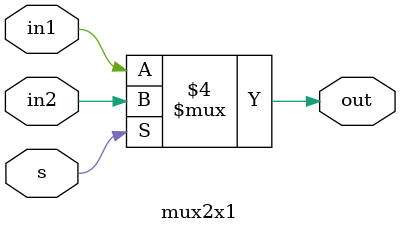
<source format=v>
`timescale 1ns / 1ps


module mux2x1(
    input in1,
    input in2,
    input s,
    output reg out
    );
    always@(*)
    begin
    if(s==1)
    out=in2;
    else
    out=in1;
    end
endmodule

</source>
